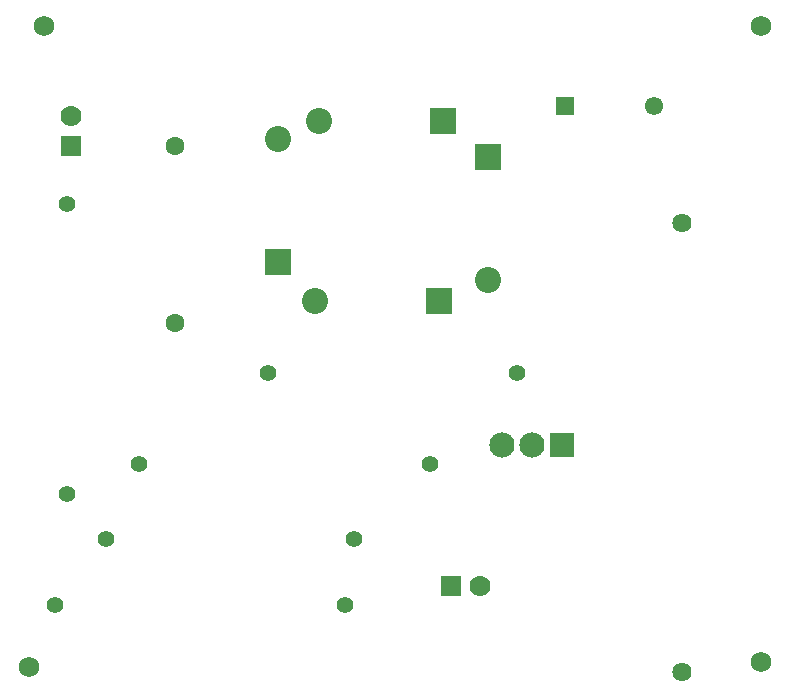
<source format=gbs>
G04*
G04 #@! TF.GenerationSoftware,Altium Limited,Altium Designer,22.1.2 (22)*
G04*
G04 Layer_Color=16711935*
%FSLAX23Y23*%
%MOIN*%
G70*
G04*
G04 #@! TF.SameCoordinates,CDA89273-DEE0-4AFE-A13C-7EB235854374*
G04*
G04*
G04 #@! TF.FilePolarity,Negative*
G04*
G01*
G75*
%ADD10C,0.068*%
%ADD11R,0.061X0.061*%
%ADD12C,0.061*%
%ADD13R,0.087X0.087*%
%ADD14C,0.087*%
%ADD15C,0.055*%
%ADD16C,0.064*%
%ADD17R,0.087X0.087*%
%ADD18R,0.084X0.084*%
%ADD19C,0.084*%
%ADD20C,0.063*%
%ADD21R,0.070X0.070*%
%ADD22C,0.070*%
%ADD23R,0.070X0.070*%
D10*
X55Y75D02*
D03*
X2495Y2210D02*
D03*
X105D02*
D03*
X2495Y90D02*
D03*
D11*
X1842Y1945D02*
D03*
D12*
X2138D02*
D03*
D13*
X885Y1424D02*
D03*
X1585Y1776D02*
D03*
D14*
X885Y1836D02*
D03*
X1023Y1895D02*
D03*
X1009Y1295D02*
D03*
X1585Y1364D02*
D03*
D15*
X1680Y1055D02*
D03*
X853D02*
D03*
X180Y1619D02*
D03*
Y650D02*
D03*
X421Y750D02*
D03*
X1390D02*
D03*
X310Y500D02*
D03*
X1137D02*
D03*
X140Y280D02*
D03*
X1109D02*
D03*
D16*
X2230Y59D02*
D03*
Y1555D02*
D03*
D17*
X1435Y1895D02*
D03*
X1421Y1295D02*
D03*
D18*
X1830Y815D02*
D03*
D19*
X1730D02*
D03*
X1630D02*
D03*
D20*
X540Y1220D02*
D03*
Y1810D02*
D03*
D21*
X195Y1812D02*
D03*
D22*
Y1910D02*
D03*
X1559Y344D02*
D03*
D23*
X1461D02*
D03*
M02*

</source>
